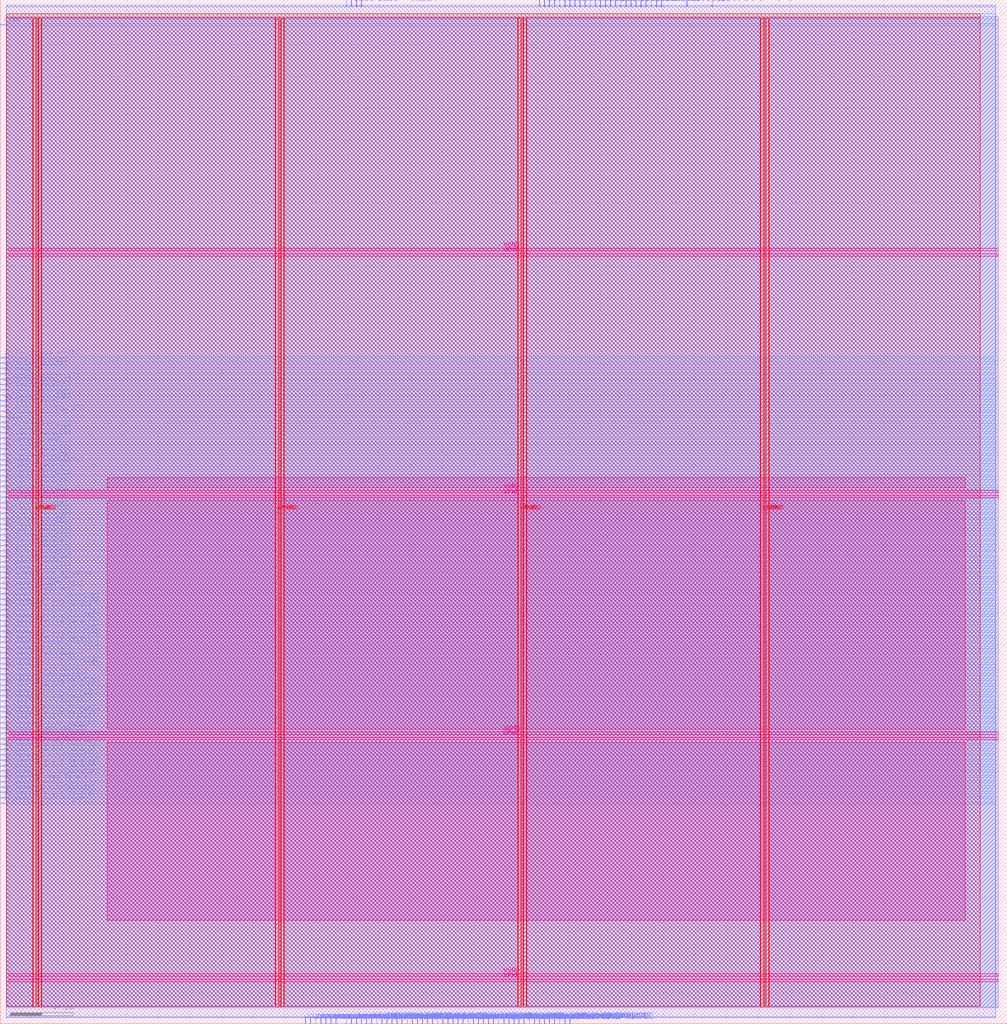
<source format=lef>
VERSION 5.7 ;
  NOWIREEXTENSIONATPIN ON ;
  DIVIDERCHAR "/" ;
  BUSBITCHARS "[]" ;
MACRO core
  CLASS BLOCK ;
  FOREIGN core ;
  ORIGIN 0.000 0.000 ;
  SIZE 637.885 BY 648.605 ;
  PIN VGND
    DIRECTION INOUT ;
    USE GROUND ;
    PORT
      LAYER met4 ;
        RECT 24.340 10.640 25.940 636.720 ;
    END
    PORT
      LAYER met4 ;
        RECT 177.940 10.640 179.540 636.720 ;
    END
    PORT
      LAYER met4 ;
        RECT 331.540 10.640 333.140 636.720 ;
    END
    PORT
      LAYER met4 ;
        RECT 485.140 10.640 486.740 636.720 ;
    END
    PORT
      LAYER met5 ;
        RECT 5.280 30.030 632.280 31.630 ;
    END
    PORT
      LAYER met5 ;
        RECT 5.280 183.210 632.280 184.810 ;
    END
    PORT
      LAYER met5 ;
        RECT 5.280 336.390 632.280 337.990 ;
    END
    PORT
      LAYER met5 ;
        RECT 5.280 489.570 632.280 491.170 ;
    END
  END VGND
  PIN VPWR
    DIRECTION INOUT ;
    USE POWER ;
    PORT
      LAYER met4 ;
        RECT 21.040 10.640 22.640 636.720 ;
    END
    PORT
      LAYER met4 ;
        RECT 174.640 10.640 176.240 636.720 ;
    END
    PORT
      LAYER met4 ;
        RECT 328.240 10.640 329.840 636.720 ;
    END
    PORT
      LAYER met4 ;
        RECT 481.840 10.640 483.440 636.720 ;
    END
    PORT
      LAYER met5 ;
        RECT 5.280 26.730 632.280 28.330 ;
    END
    PORT
      LAYER met5 ;
        RECT 5.280 179.910 632.280 181.510 ;
    END
    PORT
      LAYER met5 ;
        RECT 5.280 333.090 632.280 334.690 ;
    END
    PORT
      LAYER met5 ;
        RECT 5.280 486.270 632.280 487.870 ;
    END
  END VPWR
  PIN clock
    DIRECTION INPUT ;
    USE SIGNAL ;
    ANTENNAGATEAREA 0.852000 ;
    ANTENNADIFFAREA 0.434700 ;
    PORT
      LAYER met3 ;
        RECT 0.000 632.440 4.000 633.040 ;
    END
  END clock
  PIN io_fetch_address[0]
    DIRECTION OUTPUT TRISTATE ;
    USE SIGNAL ;
    ANTENNADIFFAREA 0.795200 ;
    PORT
      LAYER met3 ;
        RECT 0.000 421.640 4.000 422.240 ;
    END
  END io_fetch_address[0]
  PIN io_fetch_address[10]
    DIRECTION OUTPUT TRISTATE ;
    USE SIGNAL ;
    ANTENNADIFFAREA 0.795200 ;
    PORT
      LAYER met2 ;
        RECT 409.030 644.605 409.310 648.605 ;
    END
  END io_fetch_address[10]
  PIN io_fetch_address[11]
    DIRECTION OUTPUT TRISTATE ;
    USE SIGNAL ;
    ANTENNADIFFAREA 0.795200 ;
    PORT
      LAYER met2 ;
        RECT 418.690 644.605 418.970 648.605 ;
    END
  END io_fetch_address[11]
  PIN io_fetch_address[12]
    DIRECTION OUTPUT TRISTATE ;
    USE SIGNAL ;
    ANTENNADIFFAREA 0.795200 ;
    PORT
      LAYER met2 ;
        RECT 405.810 644.605 406.090 648.605 ;
    END
  END io_fetch_address[12]
  PIN io_fetch_address[13]
    DIRECTION OUTPUT TRISTATE ;
    USE SIGNAL ;
    ANTENNADIFFAREA 0.795200 ;
    PORT
      LAYER met2 ;
        RECT 396.150 644.605 396.430 648.605 ;
    END
  END io_fetch_address[13]
  PIN io_fetch_address[14]
    DIRECTION OUTPUT TRISTATE ;
    USE SIGNAL ;
    ANTENNADIFFAREA 0.795200 ;
    PORT
      LAYER met2 ;
        RECT 380.050 644.605 380.330 648.605 ;
    END
  END io_fetch_address[14]
  PIN io_fetch_address[15]
    DIRECTION OUTPUT TRISTATE ;
    USE SIGNAL ;
    ANTENNADIFFAREA 0.795200 ;
    PORT
      LAYER met2 ;
        RECT 412.250 644.605 412.530 648.605 ;
    END
  END io_fetch_address[15]
  PIN io_fetch_address[16]
    DIRECTION OUTPUT TRISTATE ;
    USE SIGNAL ;
    ANTENNADIFFAREA 0.795200 ;
    PORT
      LAYER met2 ;
        RECT 376.830 644.605 377.110 648.605 ;
    END
  END io_fetch_address[16]
  PIN io_fetch_address[17]
    DIRECTION OUTPUT TRISTATE ;
    USE SIGNAL ;
    ANTENNADIFFAREA 0.795200 ;
    PORT
      LAYER met2 ;
        RECT 402.590 644.605 402.870 648.605 ;
    END
  END io_fetch_address[17]
  PIN io_fetch_address[18]
    DIRECTION OUTPUT TRISTATE ;
    USE SIGNAL ;
    ANTENNADIFFAREA 0.445500 ;
    PORT
      LAYER met2 ;
        RECT 341.410 644.605 341.690 648.605 ;
    END
  END io_fetch_address[18]
  PIN io_fetch_address[19]
    DIRECTION OUTPUT TRISTATE ;
    USE SIGNAL ;
    ANTENNADIFFAREA 0.795200 ;
    PORT
      LAYER met2 ;
        RECT 367.170 644.605 367.450 648.605 ;
    END
  END io_fetch_address[19]
  PIN io_fetch_address[1]
    DIRECTION OUTPUT TRISTATE ;
    USE SIGNAL ;
    ANTENNADIFFAREA 0.795200 ;
    PORT
      LAYER met3 ;
        RECT 0.000 408.040 4.000 408.640 ;
    END
  END io_fetch_address[1]
  PIN io_fetch_address[20]
    DIRECTION OUTPUT TRISTATE ;
    USE SIGNAL ;
    ANTENNADIFFAREA 0.795200 ;
    PORT
      LAYER met2 ;
        RECT 373.610 644.605 373.890 648.605 ;
    END
  END io_fetch_address[20]
  PIN io_fetch_address[21]
    DIRECTION OUTPUT TRISTATE ;
    USE SIGNAL ;
    ANTENNADIFFAREA 0.795200 ;
    PORT
      LAYER met2 ;
        RECT 383.270 644.605 383.550 648.605 ;
    END
  END io_fetch_address[21]
  PIN io_fetch_address[22]
    DIRECTION OUTPUT TRISTATE ;
    USE SIGNAL ;
    ANTENNADIFFAREA 0.795200 ;
    PORT
      LAYER met2 ;
        RECT 386.490 644.605 386.770 648.605 ;
    END
  END io_fetch_address[22]
  PIN io_fetch_address[23]
    DIRECTION OUTPUT TRISTATE ;
    USE SIGNAL ;
    ANTENNADIFFAREA 0.795200 ;
    PORT
      LAYER met2 ;
        RECT 415.470 644.605 415.750 648.605 ;
    END
  END io_fetch_address[23]
  PIN io_fetch_address[24]
    DIRECTION OUTPUT TRISTATE ;
    USE SIGNAL ;
    ANTENNADIFFAREA 0.795200 ;
    PORT
      LAYER met2 ;
        RECT 389.710 644.605 389.990 648.605 ;
    END
  END io_fetch_address[24]
  PIN io_fetch_address[25]
    DIRECTION OUTPUT TRISTATE ;
    USE SIGNAL ;
    ANTENNADIFFAREA 0.795200 ;
    PORT
      LAYER met2 ;
        RECT 450.890 644.605 451.170 648.605 ;
    END
  END io_fetch_address[25]
  PIN io_fetch_address[26]
    DIRECTION OUTPUT TRISTATE ;
    USE SIGNAL ;
    ANTENNADIFFAREA 0.795200 ;
    PORT
      LAYER met2 ;
        RECT 399.370 644.605 399.650 648.605 ;
    END
  END io_fetch_address[26]
  PIN io_fetch_address[27]
    DIRECTION OUTPUT TRISTATE ;
    USE SIGNAL ;
    ANTENNADIFFAREA 0.795200 ;
    PORT
      LAYER met2 ;
        RECT 344.630 644.605 344.910 648.605 ;
    END
  END io_fetch_address[27]
  PIN io_fetch_address[28]
    DIRECTION OUTPUT TRISTATE ;
    USE SIGNAL ;
    ANTENNADIFFAREA 0.795200 ;
    PORT
      LAYER met2 ;
        RECT 392.930 644.605 393.210 648.605 ;
    END
  END io_fetch_address[28]
  PIN io_fetch_address[29]
    DIRECTION OUTPUT TRISTATE ;
    USE SIGNAL ;
    ANTENNADIFFAREA 0.795200 ;
    PORT
      LAYER met2 ;
        RECT 363.950 644.605 364.230 648.605 ;
    END
  END io_fetch_address[29]
  PIN io_fetch_address[2]
    DIRECTION OUTPUT TRISTATE ;
    USE SIGNAL ;
    ANTENNADIFFAREA 0.795200 ;
    PORT
      LAYER met2 ;
        RECT 225.490 644.605 225.770 648.605 ;
    END
  END io_fetch_address[2]
  PIN io_fetch_address[30]
    DIRECTION OUTPUT TRISTATE ;
    USE SIGNAL ;
    ANTENNADIFFAREA 0.795200 ;
    PORT
      LAYER met2 ;
        RECT 360.730 644.605 361.010 648.605 ;
    END
  END io_fetch_address[30]
  PIN io_fetch_address[31]
    DIRECTION OUTPUT TRISTATE ;
    USE SIGNAL ;
    ANTENNADIFFAREA 0.795200 ;
    PORT
      LAYER met2 ;
        RECT 357.510 644.605 357.790 648.605 ;
    END
  END io_fetch_address[31]
  PIN io_fetch_address[3]
    DIRECTION OUTPUT TRISTATE ;
    USE SIGNAL ;
    ANTENNADIFFAREA 0.795200 ;
    PORT
      LAYER met2 ;
        RECT 222.270 644.605 222.550 648.605 ;
    END
  END io_fetch_address[3]
  PIN io_fetch_address[4]
    DIRECTION OUTPUT TRISTATE ;
    USE SIGNAL ;
    ANTENNADIFFAREA 0.795200 ;
    PORT
      LAYER met2 ;
        RECT 219.050 644.605 219.330 648.605 ;
    END
  END io_fetch_address[4]
  PIN io_fetch_address[5]
    DIRECTION OUTPUT TRISTATE ;
    USE SIGNAL ;
    ANTENNADIFFAREA 0.795200 ;
    PORT
      LAYER met2 ;
        RECT 228.710 644.605 228.990 648.605 ;
    END
  END io_fetch_address[5]
  PIN io_fetch_address[6]
    DIRECTION OUTPUT TRISTATE ;
    USE SIGNAL ;
    ANTENNADIFFAREA 0.795200 ;
    PORT
      LAYER met2 ;
        RECT 434.790 644.605 435.070 648.605 ;
    END
  END io_fetch_address[6]
  PIN io_fetch_address[7]
    DIRECTION OUTPUT TRISTATE ;
    USE SIGNAL ;
    ANTENNADIFFAREA 0.795200 ;
    PORT
      LAYER met2 ;
        RECT 354.290 644.605 354.570 648.605 ;
    END
  END io_fetch_address[7]
  PIN io_fetch_address[8]
    DIRECTION OUTPUT TRISTATE ;
    USE SIGNAL ;
    ANTENNADIFFAREA 0.795200 ;
    PORT
      LAYER met2 ;
        RECT 351.070 644.605 351.350 648.605 ;
    END
  END io_fetch_address[8]
  PIN io_fetch_address[9]
    DIRECTION OUTPUT TRISTATE ;
    USE SIGNAL ;
    ANTENNADIFFAREA 0.795200 ;
    PORT
      LAYER met2 ;
        RECT 347.850 644.605 348.130 648.605 ;
    END
  END io_fetch_address[9]
  PIN io_fetch_data[0]
    DIRECTION INPUT ;
    USE SIGNAL ;
    ANTENNAGATEAREA 0.126000 ;
    PORT
      LAYER met3 ;
        RECT 0.000 414.840 4.000 415.440 ;
    END
  END io_fetch_data[0]
  PIN io_fetch_data[10]
    DIRECTION INPUT ;
    USE SIGNAL ;
    ANTENNAGATEAREA 0.126000 ;
    PORT
      LAYER met3 ;
        RECT 0.000 346.840 4.000 347.440 ;
    END
  END io_fetch_data[10]
  PIN io_fetch_data[11]
    DIRECTION INPUT ;
    USE SIGNAL ;
    ANTENNAGATEAREA 0.126000 ;
    PORT
      LAYER met3 ;
        RECT 0.000 306.040 4.000 306.640 ;
    END
  END io_fetch_data[11]
  PIN io_fetch_data[12]
    DIRECTION INPUT ;
    USE SIGNAL ;
    ANTENNAGATEAREA 0.126000 ;
    PORT
      LAYER met3 ;
        RECT 0.000 343.440 4.000 344.040 ;
    END
  END io_fetch_data[12]
  PIN io_fetch_data[13]
    DIRECTION INPUT ;
    USE SIGNAL ;
    ANTENNAGATEAREA 0.126000 ;
    PORT
      LAYER met3 ;
        RECT 0.000 309.440 4.000 310.040 ;
    END
  END io_fetch_data[13]
  PIN io_fetch_data[14]
    DIRECTION INPUT ;
    USE SIGNAL ;
    ANTENNAGATEAREA 0.126000 ;
    PORT
      LAYER met3 ;
        RECT 0.000 323.040 4.000 323.640 ;
    END
  END io_fetch_data[14]
  PIN io_fetch_data[15]
    DIRECTION INPUT ;
    USE SIGNAL ;
    ANTENNAGATEAREA 0.159000 ;
    PORT
      LAYER met3 ;
        RECT 0.000 278.840 4.000 279.440 ;
    END
  END io_fetch_data[15]
  PIN io_fetch_data[16]
    DIRECTION INPUT ;
    USE SIGNAL ;
    ANTENNAGATEAREA 0.159000 ;
    PORT
      LAYER met3 ;
        RECT 0.000 401.240 4.000 401.840 ;
    END
  END io_fetch_data[16]
  PIN io_fetch_data[17]
    DIRECTION INPUT ;
    USE SIGNAL ;
    ANTENNAGATEAREA 0.213000 ;
    PORT
      LAYER met3 ;
        RECT 0.000 295.840 4.000 296.440 ;
    END
  END io_fetch_data[17]
  PIN io_fetch_data[18]
    DIRECTION INPUT ;
    USE SIGNAL ;
    ANTENNAGATEAREA 0.213000 ;
    PORT
      LAYER met3 ;
        RECT 0.000 299.240 4.000 299.840 ;
    END
  END io_fetch_data[18]
  PIN io_fetch_data[19]
    DIRECTION INPUT ;
    USE SIGNAL ;
    ANTENNAGATEAREA 0.159000 ;
    PORT
      LAYER met3 ;
        RECT 0.000 292.440 4.000 293.040 ;
    END
  END io_fetch_data[19]
  PIN io_fetch_data[1]
    DIRECTION INPUT ;
    USE SIGNAL ;
    ANTENNAGATEAREA 0.126000 ;
    PORT
      LAYER met3 ;
        RECT 0.000 336.640 4.000 337.240 ;
    END
  END io_fetch_data[1]
  PIN io_fetch_data[20]
    DIRECTION INPUT ;
    USE SIGNAL ;
    ANTENNAGATEAREA 0.213000 ;
    PORT
      LAYER met3 ;
        RECT 0.000 312.840 4.000 313.440 ;
    END
  END io_fetch_data[20]
  PIN io_fetch_data[21]
    DIRECTION INPUT ;
    USE SIGNAL ;
    ANTENNAGATEAREA 0.159000 ;
    PORT
      LAYER met3 ;
        RECT 0.000 404.640 4.000 405.240 ;
    END
  END io_fetch_data[21]
  PIN io_fetch_data[22]
    DIRECTION INPUT ;
    USE SIGNAL ;
    ANTENNAGATEAREA 0.213000 ;
    PORT
      LAYER met3 ;
        RECT 0.000 319.640 4.000 320.240 ;
    END
  END io_fetch_data[22]
  PIN io_fetch_data[23]
    DIRECTION INPUT ;
    USE SIGNAL ;
    ANTENNAGATEAREA 0.159000 ;
    PORT
      LAYER met3 ;
        RECT 0.000 340.040 4.000 340.640 ;
    END
  END io_fetch_data[23]
  PIN io_fetch_data[24]
    DIRECTION INPUT ;
    USE SIGNAL ;
    ANTENNAGATEAREA 0.159000 ;
    PORT
      LAYER met3 ;
        RECT 0.000 397.840 4.000 398.440 ;
    END
  END io_fetch_data[24]
  PIN io_fetch_data[25]
    DIRECTION INPUT ;
    USE SIGNAL ;
    ANTENNAGATEAREA 0.126000 ;
    PORT
      LAYER met3 ;
        RECT 0.000 357.040 4.000 357.640 ;
    END
  END io_fetch_data[25]
  PIN io_fetch_data[26]
    DIRECTION INPUT ;
    USE SIGNAL ;
    ANTENNAGATEAREA 0.126000 ;
    PORT
      LAYER met3 ;
        RECT 0.000 374.040 4.000 374.640 ;
    END
  END io_fetch_data[26]
  PIN io_fetch_data[27]
    DIRECTION INPUT ;
    USE SIGNAL ;
    ANTENNAGATEAREA 0.126000 ;
    PORT
      LAYER met3 ;
        RECT 0.000 370.640 4.000 371.240 ;
    END
  END io_fetch_data[27]
  PIN io_fetch_data[28]
    DIRECTION INPUT ;
    USE SIGNAL ;
    ANTENNAGATEAREA 0.126000 ;
    PORT
      LAYER met3 ;
        RECT 0.000 363.840 4.000 364.440 ;
    END
  END io_fetch_data[28]
  PIN io_fetch_data[29]
    DIRECTION INPUT ;
    USE SIGNAL ;
    ANTENNAGATEAREA 0.126000 ;
    PORT
      LAYER met3 ;
        RECT 0.000 360.440 4.000 361.040 ;
    END
  END io_fetch_data[29]
  PIN io_fetch_data[2]
    DIRECTION INPUT ;
    USE SIGNAL ;
    ANTENNAGATEAREA 0.126000 ;
    PORT
      LAYER met3 ;
        RECT 0.000 329.840 4.000 330.440 ;
    END
  END io_fetch_data[2]
  PIN io_fetch_data[30]
    DIRECTION INPUT ;
    USE SIGNAL ;
    ANTENNAGATEAREA 0.126000 ;
    PORT
      LAYER met3 ;
        RECT 0.000 394.440 4.000 395.040 ;
    END
  END io_fetch_data[30]
  PIN io_fetch_data[31]
    DIRECTION INPUT ;
    USE SIGNAL ;
    ANTENNAGATEAREA 0.126000 ;
    PORT
      LAYER met3 ;
        RECT 0.000 377.440 4.000 378.040 ;
    END
  END io_fetch_data[31]
  PIN io_fetch_data[3]
    DIRECTION INPUT ;
    USE SIGNAL ;
    ANTENNAGATEAREA 0.213000 ;
    PORT
      LAYER met3 ;
        RECT 0.000 391.040 4.000 391.640 ;
    END
  END io_fetch_data[3]
  PIN io_fetch_data[4]
    DIRECTION INPUT ;
    USE SIGNAL ;
    ANTENNAGATEAREA 0.126000 ;
    PORT
      LAYER met3 ;
        RECT 0.000 384.240 4.000 384.840 ;
    END
  END io_fetch_data[4]
  PIN io_fetch_data[5]
    DIRECTION INPUT ;
    USE SIGNAL ;
    ANTENNAGATEAREA 0.126000 ;
    PORT
      LAYER met3 ;
        RECT 0.000 316.240 4.000 316.840 ;
    END
  END io_fetch_data[5]
  PIN io_fetch_data[6]
    DIRECTION INPUT ;
    USE SIGNAL ;
    ANTENNAGATEAREA 0.126000 ;
    PORT
      LAYER met3 ;
        RECT 0.000 326.440 4.000 327.040 ;
    END
  END io_fetch_data[6]
  PIN io_fetch_data[7]
    DIRECTION INPUT ;
    USE SIGNAL ;
    ANTENNAGATEAREA 0.126000 ;
    PORT
      LAYER met3 ;
        RECT 0.000 333.240 4.000 333.840 ;
    END
  END io_fetch_data[7]
  PIN io_fetch_data[8]
    DIRECTION INPUT ;
    USE SIGNAL ;
    ANTENNAGATEAREA 0.126000 ;
    PORT
      LAYER met3 ;
        RECT 0.000 418.240 4.000 418.840 ;
    END
  END io_fetch_data[8]
  PIN io_fetch_data[9]
    DIRECTION INPUT ;
    USE SIGNAL ;
    ANTENNAGATEAREA 0.126000 ;
    PORT
      LAYER met3 ;
        RECT 0.000 302.640 4.000 303.240 ;
    END
  END io_fetch_data[9]
  PIN io_load_store_unsigned
    DIRECTION OUTPUT TRISTATE ;
    USE SIGNAL ;
    ANTENNADIFFAREA 0.795200 ;
    PORT
      LAYER met3 ;
        RECT 0.000 282.240 4.000 282.840 ;
    END
  END io_load_store_unsigned
  PIN io_meip
    DIRECTION INPUT ;
    USE SIGNAL ;
    ANTENNAGATEAREA 0.213000 ;
    PORT
      LAYER met3 ;
        RECT 0.000 411.440 4.000 412.040 ;
    END
  END io_meip
  PIN io_memory_address[0]
    DIRECTION OUTPUT TRISTATE ;
    USE SIGNAL ;
    ANTENNADIFFAREA 0.795200 ;
    PORT
      LAYER met3 ;
        RECT 0.000 353.640 4.000 354.240 ;
    END
  END io_memory_address[0]
  PIN io_memory_address[10]
    DIRECTION OUTPUT TRISTATE ;
    USE SIGNAL ;
    ANTENNADIFFAREA 0.795200 ;
    PORT
      LAYER met2 ;
        RECT 302.770 0.000 303.050 4.000 ;
    END
  END io_memory_address[10]
  PIN io_memory_address[11]
    DIRECTION OUTPUT TRISTATE ;
    USE SIGNAL ;
    ANTENNADIFFAREA 0.795200 ;
    PORT
      LAYER met2 ;
        RECT 318.870 0.000 319.150 4.000 ;
    END
  END io_memory_address[11]
  PIN io_memory_address[12]
    DIRECTION OUTPUT TRISTATE ;
    USE SIGNAL ;
    ANTENNADIFFAREA 0.795200 ;
    PORT
      LAYER met2 ;
        RECT 231.930 0.000 232.210 4.000 ;
    END
  END io_memory_address[12]
  PIN io_memory_address[13]
    DIRECTION OUTPUT TRISTATE ;
    USE SIGNAL ;
    ANTENNADIFFAREA 0.795200 ;
    PORT
      LAYER met2 ;
        RECT 360.730 0.000 361.010 4.000 ;
    END
  END io_memory_address[13]
  PIN io_memory_address[14]
    DIRECTION OUTPUT TRISTATE ;
    USE SIGNAL ;
    ANTENNADIFFAREA 0.795200 ;
    PORT
      LAYER met2 ;
        RECT 357.510 0.000 357.790 4.000 ;
    END
  END io_memory_address[14]
  PIN io_memory_address[15]
    DIRECTION OUTPUT TRISTATE ;
    USE SIGNAL ;
    ANTENNADIFFAREA 0.795200 ;
    PORT
      LAYER met2 ;
        RECT 322.090 0.000 322.370 4.000 ;
    END
  END io_memory_address[15]
  PIN io_memory_address[16]
    DIRECTION OUTPUT TRISTATE ;
    USE SIGNAL ;
    ANTENNADIFFAREA 0.795200 ;
    PORT
      LAYER met2 ;
        RECT 347.850 0.000 348.130 4.000 ;
    END
  END io_memory_address[16]
  PIN io_memory_address[17]
    DIRECTION OUTPUT TRISTATE ;
    USE SIGNAL ;
    ANTENNADIFFAREA 0.795200 ;
    PORT
      LAYER met2 ;
        RECT 344.630 0.000 344.910 4.000 ;
    END
  END io_memory_address[17]
  PIN io_memory_address[18]
    DIRECTION OUTPUT TRISTATE ;
    USE SIGNAL ;
    ANTENNADIFFAREA 0.795200 ;
    PORT
      LAYER met2 ;
        RECT 338.190 0.000 338.470 4.000 ;
    END
  END io_memory_address[18]
  PIN io_memory_address[19]
    DIRECTION OUTPUT TRISTATE ;
    USE SIGNAL ;
    ANTENNADIFFAREA 0.795200 ;
    PORT
      LAYER met2 ;
        RECT 331.750 0.000 332.030 4.000 ;
    END
  END io_memory_address[19]
  PIN io_memory_address[1]
    DIRECTION OUTPUT TRISTATE ;
    USE SIGNAL ;
    ANTENNADIFFAREA 0.795200 ;
    PORT
      LAYER met3 ;
        RECT 0.000 387.640 4.000 388.240 ;
    END
  END io_memory_address[1]
  PIN io_memory_address[20]
    DIRECTION OUTPUT TRISTATE ;
    USE SIGNAL ;
    ANTENNADIFFAREA 0.795200 ;
    PORT
      LAYER met2 ;
        RECT 273.790 0.000 274.070 4.000 ;
    END
  END io_memory_address[20]
  PIN io_memory_address[21]
    DIRECTION OUTPUT TRISTATE ;
    USE SIGNAL ;
    ANTENNADIFFAREA 0.795200 ;
    PORT
      LAYER met2 ;
        RECT 309.210 0.000 309.490 4.000 ;
    END
  END io_memory_address[21]
  PIN io_memory_address[22]
    DIRECTION OUTPUT TRISTATE ;
    USE SIGNAL ;
    ANTENNADIFFAREA 0.795200 ;
    PORT
      LAYER met2 ;
        RECT 283.450 0.000 283.730 4.000 ;
    END
  END io_memory_address[22]
  PIN io_memory_address[23]
    DIRECTION OUTPUT TRISTATE ;
    USE SIGNAL ;
    ANTENNADIFFAREA 0.795200 ;
    PORT
      LAYER met2 ;
        RECT 305.990 0.000 306.270 4.000 ;
    END
  END io_memory_address[23]
  PIN io_memory_address[24]
    DIRECTION OUTPUT TRISTATE ;
    USE SIGNAL ;
    ANTENNADIFFAREA 0.795200 ;
    PORT
      LAYER met2 ;
        RECT 238.370 0.000 238.650 4.000 ;
    END
  END io_memory_address[24]
  PIN io_memory_address[25]
    DIRECTION OUTPUT TRISTATE ;
    USE SIGNAL ;
    ANTENNADIFFAREA 0.795200 ;
    PORT
      LAYER met2 ;
        RECT 241.590 0.000 241.870 4.000 ;
    END
  END io_memory_address[25]
  PIN io_memory_address[26]
    DIRECTION OUTPUT TRISTATE ;
    USE SIGNAL ;
    ANTENNADIFFAREA 0.795200 ;
    PORT
      LAYER met3 ;
        RECT 0.000 139.440 4.000 140.040 ;
    END
  END io_memory_address[26]
  PIN io_memory_address[27]
    DIRECTION OUTPUT TRISTATE ;
    USE SIGNAL ;
    ANTENNADIFFAREA 0.795200 ;
    PORT
      LAYER met2 ;
        RECT 251.250 0.000 251.530 4.000 ;
    END
  END io_memory_address[27]
  PIN io_memory_address[28]
    DIRECTION OUTPUT TRISTATE ;
    USE SIGNAL ;
    ANTENNADIFFAREA 0.795200 ;
    PORT
      LAYER met3 ;
        RECT 0.000 183.640 4.000 184.240 ;
    END
  END io_memory_address[28]
  PIN io_memory_address[29]
    DIRECTION OUTPUT TRISTATE ;
    USE SIGNAL ;
    ANTENNADIFFAREA 0.795200 ;
    PORT
      LAYER met3 ;
        RECT 0.000 200.640 4.000 201.240 ;
    END
  END io_memory_address[29]
  PIN io_memory_address[2]
    DIRECTION OUTPUT TRISTATE ;
    USE SIGNAL ;
    ANTENNADIFFAREA 0.795200 ;
    PORT
      LAYER met3 ;
        RECT 0.000 275.440 4.000 276.040 ;
    END
  END io_memory_address[2]
  PIN io_memory_address[30]
    DIRECTION OUTPUT TRISTATE ;
    USE SIGNAL ;
    ANTENNADIFFAREA 0.795200 ;
    PORT
      LAYER met3 ;
        RECT 0.000 221.040 4.000 221.640 ;
    END
  END io_memory_address[30]
  PIN io_memory_address[31]
    DIRECTION OUTPUT TRISTATE ;
    USE SIGNAL ;
    ANTENNADIFFAREA 0.795200 ;
    PORT
      LAYER met3 ;
        RECT 0.000 217.640 4.000 218.240 ;
    END
  END io_memory_address[31]
  PIN io_memory_address[3]
    DIRECTION OUTPUT TRISTATE ;
    USE SIGNAL ;
    ANTENNADIFFAREA 0.795200 ;
    PORT
      LAYER met3 ;
        RECT 0.000 272.040 4.000 272.640 ;
    END
  END io_memory_address[3]
  PIN io_memory_address[4]
    DIRECTION OUTPUT TRISTATE ;
    USE SIGNAL ;
    ANTENNADIFFAREA 0.795200 ;
    PORT
      LAYER met3 ;
        RECT 0.000 231.240 4.000 231.840 ;
    END
  END io_memory_address[4]
  PIN io_memory_address[5]
    DIRECTION OUTPUT TRISTATE ;
    USE SIGNAL ;
    ANTENNADIFFAREA 0.795200 ;
    PORT
      LAYER met2 ;
        RECT 257.690 0.000 257.970 4.000 ;
    END
  END io_memory_address[5]
  PIN io_memory_address[6]
    DIRECTION OUTPUT TRISTATE ;
    USE SIGNAL ;
    ANTENNADIFFAREA 0.795200 ;
    PORT
      LAYER met2 ;
        RECT 260.910 0.000 261.190 4.000 ;
    END
  END io_memory_address[6]
  PIN io_memory_address[7]
    DIRECTION OUTPUT TRISTATE ;
    USE SIGNAL ;
    ANTENNADIFFAREA 0.795200 ;
    PORT
      LAYER met2 ;
        RECT 264.130 0.000 264.410 4.000 ;
    END
  END io_memory_address[7]
  PIN io_memory_address[8]
    DIRECTION OUTPUT TRISTATE ;
    USE SIGNAL ;
    ANTENNADIFFAREA 0.795200 ;
    PORT
      LAYER met2 ;
        RECT 228.710 0.000 228.990 4.000 ;
    END
  END io_memory_address[8]
  PIN io_memory_address[9]
    DIRECTION OUTPUT TRISTATE ;
    USE SIGNAL ;
    ANTENNADIFFAREA 0.795200 ;
    PORT
      LAYER met2 ;
        RECT 289.890 0.000 290.170 4.000 ;
    END
  END io_memory_address[9]
  PIN io_memory_read
    DIRECTION OUTPUT TRISTATE ;
    USE SIGNAL ;
    ANTENNADIFFAREA 0.795200 ;
    PORT
      LAYER met3 ;
        RECT 0.000 367.240 4.000 367.840 ;
    END
  END io_memory_read
  PIN io_memory_read_data[0]
    DIRECTION INPUT ;
    USE SIGNAL ;
    ANTENNAGATEAREA 0.126000 ;
    PORT
      LAYER met2 ;
        RECT 196.510 0.000 196.790 4.000 ;
    END
  END io_memory_read_data[0]
  PIN io_memory_read_data[10]
    DIRECTION INPUT ;
    USE SIGNAL ;
    ANTENNAGATEAREA 0.196500 ;
    PORT
      LAYER met2 ;
        RECT 286.670 0.000 286.950 4.000 ;
    END
  END io_memory_read_data[10]
  PIN io_memory_read_data[11]
    DIRECTION INPUT ;
    USE SIGNAL ;
    ANTENNAGATEAREA 0.196500 ;
    PORT
      LAYER met2 ;
        RECT 299.550 0.000 299.830 4.000 ;
    END
  END io_memory_read_data[11]
  PIN io_memory_read_data[12]
    DIRECTION INPUT ;
    USE SIGNAL ;
    ANTENNAGATEAREA 0.196500 ;
    PORT
      LAYER met2 ;
        RECT 248.030 0.000 248.310 4.000 ;
    END
  END io_memory_read_data[12]
  PIN io_memory_read_data[13]
    DIRECTION INPUT ;
    USE SIGNAL ;
    ANTENNAGATEAREA 0.196500 ;
    PORT
      LAYER met2 ;
        RECT 296.330 0.000 296.610 4.000 ;
    END
  END io_memory_read_data[13]
  PIN io_memory_read_data[14]
    DIRECTION INPUT ;
    USE SIGNAL ;
    ANTENNAGATEAREA 0.196500 ;
    PORT
      LAYER met2 ;
        RECT 325.310 0.000 325.590 4.000 ;
    END
  END io_memory_read_data[14]
  PIN io_memory_read_data[15]
    DIRECTION INPUT ;
    USE SIGNAL ;
    ANTENNAGATEAREA 0.196500 ;
    PORT
      LAYER met2 ;
        RECT 315.650 0.000 315.930 4.000 ;
    END
  END io_memory_read_data[15]
  PIN io_memory_read_data[16]
    DIRECTION INPUT ;
    USE SIGNAL ;
    ANTENNAGATEAREA 0.196500 ;
    PORT
      LAYER met2 ;
        RECT 328.530 0.000 328.810 4.000 ;
    END
  END io_memory_read_data[16]
  PIN io_memory_read_data[17]
    DIRECTION INPUT ;
    USE SIGNAL ;
    ANTENNAGATEAREA 0.126000 ;
    PORT
      LAYER met2 ;
        RECT 351.070 0.000 351.350 4.000 ;
    END
  END io_memory_read_data[17]
  PIN io_memory_read_data[18]
    DIRECTION INPUT ;
    USE SIGNAL ;
    ANTENNAGATEAREA 0.126000 ;
    PORT
      LAYER met2 ;
        RECT 354.290 0.000 354.570 4.000 ;
    END
  END io_memory_read_data[18]
  PIN io_memory_read_data[19]
    DIRECTION INPUT ;
    USE SIGNAL ;
    ANTENNAGATEAREA 0.196500 ;
    PORT
      LAYER met2 ;
        RECT 341.410 0.000 341.690 4.000 ;
    END
  END io_memory_read_data[19]
  PIN io_memory_read_data[1]
    DIRECTION INPUT ;
    USE SIGNAL ;
    ANTENNAGATEAREA 0.213000 ;
    PORT
      LAYER met3 ;
        RECT 0.000 176.840 4.000 177.440 ;
    END
  END io_memory_read_data[1]
  PIN io_memory_read_data[20]
    DIRECTION INPUT ;
    USE SIGNAL ;
    ANTENNAGATEAREA 0.196500 ;
    PORT
      LAYER met2 ;
        RECT 267.350 0.000 267.630 4.000 ;
    END
  END io_memory_read_data[20]
  PIN io_memory_read_data[21]
    DIRECTION INPUT ;
    USE SIGNAL ;
    ANTENNAGATEAREA 0.196500 ;
    PORT
      LAYER met2 ;
        RECT 312.430 0.000 312.710 4.000 ;
    END
  END io_memory_read_data[21]
  PIN io_memory_read_data[22]
    DIRECTION INPUT ;
    USE SIGNAL ;
    ANTENNAGATEAREA 0.196500 ;
    PORT
      LAYER met2 ;
        RECT 277.010 0.000 277.290 4.000 ;
    END
  END io_memory_read_data[22]
  PIN io_memory_read_data[23]
    DIRECTION INPUT ;
    USE SIGNAL ;
    ANTENNAGATEAREA 0.213000 ;
    PORT
      LAYER met2 ;
        RECT 334.970 0.000 335.250 4.000 ;
    END
  END io_memory_read_data[23]
  PIN io_memory_read_data[24]
    DIRECTION INPUT ;
    USE SIGNAL ;
    ANTENNAGATEAREA 0.126000 ;
    PORT
      LAYER met2 ;
        RECT 219.050 0.000 219.330 4.000 ;
    END
  END io_memory_read_data[24]
  PIN io_memory_read_data[25]
    DIRECTION INPUT ;
    USE SIGNAL ;
    ANTENNAGATEAREA 0.196500 ;
    PORT
      LAYER met2 ;
        RECT 222.270 0.000 222.550 4.000 ;
    END
  END io_memory_read_data[25]
  PIN io_memory_read_data[26]
    DIRECTION INPUT ;
    USE SIGNAL ;
    ANTENNAGATEAREA 0.196500 ;
    PORT
      LAYER met2 ;
        RECT 225.490 0.000 225.770 4.000 ;
    END
  END io_memory_read_data[26]
  PIN io_memory_read_data[27]
    DIRECTION INPUT ;
    USE SIGNAL ;
    ANTENNAGATEAREA 0.126000 ;
    PORT
      LAYER met2 ;
        RECT 199.730 0.000 200.010 4.000 ;
    END
  END io_memory_read_data[27]
  PIN io_memory_read_data[28]
    DIRECTION INPUT ;
    USE SIGNAL ;
    ANTENNAGATEAREA 0.126000 ;
    PORT
      LAYER met2 ;
        RECT 202.950 0.000 203.230 4.000 ;
    END
  END io_memory_read_data[28]
  PIN io_memory_read_data[29]
    DIRECTION INPUT ;
    USE SIGNAL ;
    ANTENNAGATEAREA 0.126000 ;
    PORT
      LAYER met2 ;
        RECT 206.170 0.000 206.450 4.000 ;
    END
  END io_memory_read_data[29]
  PIN io_memory_read_data[2]
    DIRECTION INPUT ;
    USE SIGNAL ;
    ANTENNAGATEAREA 0.213000 ;
    PORT
      LAYER met3 ;
        RECT 0.000 153.040 4.000 153.640 ;
    END
  END io_memory_read_data[2]
  PIN io_memory_read_data[30]
    DIRECTION INPUT ;
    USE SIGNAL ;
    ANTENNAGATEAREA 0.126000 ;
    PORT
      LAYER met2 ;
        RECT 212.610 0.000 212.890 4.000 ;
    END
  END io_memory_read_data[30]
  PIN io_memory_read_data[31]
    DIRECTION INPUT ;
    USE SIGNAL ;
    ANTENNAGATEAREA 0.196500 ;
    PORT
      LAYER met2 ;
        RECT 209.390 0.000 209.670 4.000 ;
    END
  END io_memory_read_data[31]
  PIN io_memory_read_data[3]
    DIRECTION INPUT ;
    USE SIGNAL ;
    ANTENNAGATEAREA 0.213000 ;
    PORT
      LAYER met3 ;
        RECT 0.000 190.440 4.000 191.040 ;
    END
  END io_memory_read_data[3]
  PIN io_memory_read_data[4]
    DIRECTION INPUT ;
    USE SIGNAL ;
    ANTENNAGATEAREA 0.196500 ;
    PORT
      LAYER met2 ;
        RECT 244.810 0.000 245.090 4.000 ;
    END
  END io_memory_read_data[4]
  PIN io_memory_read_data[5]
    DIRECTION INPUT ;
    USE SIGNAL ;
    ANTENNAGATEAREA 0.196500 ;
    PORT
      LAYER met2 ;
        RECT 254.470 0.000 254.750 4.000 ;
    END
  END io_memory_read_data[5]
  PIN io_memory_read_data[6]
    DIRECTION INPUT ;
    USE SIGNAL ;
    ANTENNAGATEAREA 0.126000 ;
    PORT
      LAYER met2 ;
        RECT 235.150 0.000 235.430 4.000 ;
    END
  END io_memory_read_data[6]
  PIN io_memory_read_data[7]
    DIRECTION INPUT ;
    USE SIGNAL ;
    ANTENNAGATEAREA 0.196500 ;
    PORT
      LAYER met2 ;
        RECT 270.570 0.000 270.850 4.000 ;
    END
  END io_memory_read_data[7]
  PIN io_memory_read_data[8]
    DIRECTION INPUT ;
    USE SIGNAL ;
    ANTENNAGATEAREA 0.196500 ;
    PORT
      LAYER met2 ;
        RECT 280.230 0.000 280.510 4.000 ;
    END
  END io_memory_read_data[8]
  PIN io_memory_read_data[9]
    DIRECTION INPUT ;
    USE SIGNAL ;
    ANTENNAGATEAREA 0.126000 ;
    PORT
      LAYER met2 ;
        RECT 293.110 0.000 293.390 4.000 ;
    END
  END io_memory_read_data[9]
  PIN io_memory_size[0]
    DIRECTION OUTPUT TRISTATE ;
    USE SIGNAL ;
    ANTENNADIFFAREA 0.795200 ;
    PORT
      LAYER met3 ;
        RECT 0.000 289.040 4.000 289.640 ;
    END
  END io_memory_size[0]
  PIN io_memory_size[1]
    DIRECTION OUTPUT TRISTATE ;
    USE SIGNAL ;
    ANTENNADIFFAREA 0.795200 ;
    PORT
      LAYER met3 ;
        RECT 0.000 285.640 4.000 286.240 ;
    END
  END io_memory_size[1]
  PIN io_memory_write
    DIRECTION OUTPUT TRISTATE ;
    USE SIGNAL ;
    ANTENNADIFFAREA 0.795200 ;
    PORT
      LAYER met3 ;
        RECT 0.000 350.240 4.000 350.840 ;
    END
  END io_memory_write
  PIN io_memory_write_data[0]
    DIRECTION OUTPUT TRISTATE ;
    USE SIGNAL ;
    ANTENNADIFFAREA 0.795200 ;
    PORT
      LAYER met3 ;
        RECT 0.000 197.240 4.000 197.840 ;
    END
  END io_memory_write_data[0]
  PIN io_memory_write_data[10]
    DIRECTION OUTPUT TRISTATE ;
    USE SIGNAL ;
    ANTENNADIFFAREA 0.795200 ;
    PORT
      LAYER met3 ;
        RECT 0.000 193.840 4.000 194.440 ;
    END
  END io_memory_write_data[10]
  PIN io_memory_write_data[11]
    DIRECTION OUTPUT TRISTATE ;
    USE SIGNAL ;
    ANTENNADIFFAREA 0.795200 ;
    PORT
      LAYER met3 ;
        RECT 0.000 234.640 4.000 235.240 ;
    END
  END io_memory_write_data[11]
  PIN io_memory_write_data[12]
    DIRECTION OUTPUT TRISTATE ;
    USE SIGNAL ;
    ANTENNADIFFAREA 0.795200 ;
    PORT
      LAYER met3 ;
        RECT 0.000 180.240 4.000 180.840 ;
    END
  END io_memory_write_data[12]
  PIN io_memory_write_data[13]
    DIRECTION OUTPUT TRISTATE ;
    USE SIGNAL ;
    ANTENNADIFFAREA 0.795200 ;
    PORT
      LAYER met3 ;
        RECT 0.000 227.840 4.000 228.440 ;
    END
  END io_memory_write_data[13]
  PIN io_memory_write_data[14]
    DIRECTION OUTPUT TRISTATE ;
    USE SIGNAL ;
    ANTENNADIFFAREA 0.795200 ;
    PORT
      LAYER met3 ;
        RECT 0.000 156.440 4.000 157.040 ;
    END
  END io_memory_write_data[14]
  PIN io_memory_write_data[15]
    DIRECTION OUTPUT TRISTATE ;
    USE SIGNAL ;
    ANTENNADIFFAREA 0.795200 ;
    PORT
      LAYER met3 ;
        RECT 0.000 214.240 4.000 214.840 ;
    END
  END io_memory_write_data[15]
  PIN io_memory_write_data[16]
    DIRECTION OUTPUT TRISTATE ;
    USE SIGNAL ;
    ANTENNADIFFAREA 0.795200 ;
    PORT
      LAYER met3 ;
        RECT 0.000 224.440 4.000 225.040 ;
    END
  END io_memory_write_data[16]
  PIN io_memory_write_data[17]
    DIRECTION OUTPUT TRISTATE ;
    USE SIGNAL ;
    ANTENNADIFFAREA 0.795200 ;
    PORT
      LAYER met3 ;
        RECT 0.000 251.640 4.000 252.240 ;
    END
  END io_memory_write_data[17]
  PIN io_memory_write_data[18]
    DIRECTION OUTPUT TRISTATE ;
    USE SIGNAL ;
    ANTENNADIFFAREA 0.795200 ;
    PORT
      LAYER met3 ;
        RECT 0.000 268.640 4.000 269.240 ;
    END
  END io_memory_write_data[18]
  PIN io_memory_write_data[19]
    DIRECTION OUTPUT TRISTATE ;
    USE SIGNAL ;
    ANTENNADIFFAREA 0.795200 ;
    PORT
      LAYER met3 ;
        RECT 0.000 166.640 4.000 167.240 ;
    END
  END io_memory_write_data[19]
  PIN io_memory_write_data[1]
    DIRECTION OUTPUT TRISTATE ;
    USE SIGNAL ;
    ANTENNADIFFAREA 0.795200 ;
    PORT
      LAYER met2 ;
        RECT 370.390 644.605 370.670 648.605 ;
    END
  END io_memory_write_data[1]
  PIN io_memory_write_data[20]
    DIRECTION OUTPUT TRISTATE ;
    USE SIGNAL ;
    ANTENNADIFFAREA 0.795200 ;
    PORT
      LAYER met3 ;
        RECT 0.000 265.240 4.000 265.840 ;
    END
  END io_memory_write_data[20]
  PIN io_memory_write_data[21]
    DIRECTION OUTPUT TRISTATE ;
    USE SIGNAL ;
    ANTENNADIFFAREA 0.795200 ;
    PORT
      LAYER met3 ;
        RECT 0.000 241.440 4.000 242.040 ;
    END
  END io_memory_write_data[21]
  PIN io_memory_write_data[22]
    DIRECTION OUTPUT TRISTATE ;
    USE SIGNAL ;
    ANTENNADIFFAREA 0.795200 ;
    PORT
      LAYER met3 ;
        RECT 0.000 163.240 4.000 163.840 ;
    END
  END io_memory_write_data[22]
  PIN io_memory_write_data[23]
    DIRECTION OUTPUT TRISTATE ;
    USE SIGNAL ;
    ANTENNADIFFAREA 0.795200 ;
    PORT
      LAYER met3 ;
        RECT 0.000 261.840 4.000 262.440 ;
    END
  END io_memory_write_data[23]
  PIN io_memory_write_data[24]
    DIRECTION OUTPUT TRISTATE ;
    USE SIGNAL ;
    ANTENNADIFFAREA 0.795200 ;
    PORT
      LAYER met3 ;
        RECT 0.000 248.240 4.000 248.840 ;
    END
  END io_memory_write_data[24]
  PIN io_memory_write_data[25]
    DIRECTION OUTPUT TRISTATE ;
    USE SIGNAL ;
    ANTENNADIFFAREA 0.795200 ;
    PORT
      LAYER met3 ;
        RECT 0.000 238.040 4.000 238.640 ;
    END
  END io_memory_write_data[25]
  PIN io_memory_write_data[26]
    DIRECTION OUTPUT TRISTATE ;
    USE SIGNAL ;
    ANTENNADIFFAREA 0.795200 ;
    PORT
      LAYER met3 ;
        RECT 0.000 173.440 4.000 174.040 ;
    END
  END io_memory_write_data[26]
  PIN io_memory_write_data[27]
    DIRECTION OUTPUT TRISTATE ;
    USE SIGNAL ;
    ANTENNADIFFAREA 0.795200 ;
    PORT
      LAYER met3 ;
        RECT 0.000 142.840 4.000 143.440 ;
    END
  END io_memory_write_data[27]
  PIN io_memory_write_data[28]
    DIRECTION OUTPUT TRISTATE ;
    USE SIGNAL ;
    ANTENNADIFFAREA 0.795200 ;
    PORT
      LAYER met3 ;
        RECT 0.000 244.840 4.000 245.440 ;
    END
  END io_memory_write_data[28]
  PIN io_memory_write_data[29]
    DIRECTION OUTPUT TRISTATE ;
    USE SIGNAL ;
    ANTENNADIFFAREA 0.795200 ;
    PORT
      LAYER met3 ;
        RECT 0.000 210.840 4.000 211.440 ;
    END
  END io_memory_write_data[29]
  PIN io_memory_write_data[2]
    DIRECTION OUTPUT TRISTATE ;
    USE SIGNAL ;
    ANTENNADIFFAREA 0.795200 ;
    PORT
      LAYER met3 ;
        RECT 0.000 159.840 4.000 160.440 ;
    END
  END io_memory_write_data[2]
  PIN io_memory_write_data[30]
    DIRECTION OUTPUT TRISTATE ;
    USE SIGNAL ;
    ANTENNADIFFAREA 0.795200 ;
    PORT
      LAYER met3 ;
        RECT 0.000 207.440 4.000 208.040 ;
    END
  END io_memory_write_data[30]
  PIN io_memory_write_data[31]
    DIRECTION OUTPUT TRISTATE ;
    USE SIGNAL ;
    ANTENNADIFFAREA 0.795200 ;
    PORT
      LAYER met3 ;
        RECT 0.000 258.440 4.000 259.040 ;
    END
  END io_memory_write_data[31]
  PIN io_memory_write_data[3]
    DIRECTION OUTPUT TRISTATE ;
    USE SIGNAL ;
    ANTENNADIFFAREA 0.795200 ;
    PORT
      LAYER met3 ;
        RECT 0.000 204.040 4.000 204.640 ;
    END
  END io_memory_write_data[3]
  PIN io_memory_write_data[4]
    DIRECTION OUTPUT TRISTATE ;
    USE SIGNAL ;
    ANTENNADIFFAREA 0.795200 ;
    PORT
      LAYER met3 ;
        RECT 0.000 170.040 4.000 170.640 ;
    END
  END io_memory_write_data[4]
  PIN io_memory_write_data[5]
    DIRECTION OUTPUT TRISTATE ;
    USE SIGNAL ;
    ANTENNADIFFAREA 0.795200 ;
    PORT
      LAYER met3 ;
        RECT 0.000 187.040 4.000 187.640 ;
    END
  END io_memory_write_data[5]
  PIN io_memory_write_data[6]
    DIRECTION OUTPUT TRISTATE ;
    USE SIGNAL ;
    ANTENNADIFFAREA 0.795200 ;
    PORT
      LAYER met3 ;
        RECT 0.000 255.040 4.000 255.640 ;
    END
  END io_memory_write_data[6]
  PIN io_memory_write_data[7]
    DIRECTION OUTPUT TRISTATE ;
    USE SIGNAL ;
    ANTENNADIFFAREA 0.795200 ;
    PORT
      LAYER met3 ;
        RECT 0.000 149.640 4.000 150.240 ;
    END
  END io_memory_write_data[7]
  PIN io_memory_write_data[8]
    DIRECTION OUTPUT TRISTATE ;
    USE SIGNAL ;
    ANTENNADIFFAREA 0.795200 ;
    PORT
      LAYER met3 ;
        RECT 0.000 146.240 4.000 146.840 ;
    END
  END io_memory_write_data[8]
  PIN io_memory_write_data[9]
    DIRECTION OUTPUT TRISTATE ;
    USE SIGNAL ;
    ANTENNADIFFAREA 0.795200 ;
    PORT
      LAYER met2 ;
        RECT 193.290 0.000 193.570 4.000 ;
    END
  END io_memory_write_data[9]
  PIN reset
    DIRECTION INPUT ;
    USE SIGNAL ;
    ANTENNAGATEAREA 0.213000 ;
    PORT
      LAYER met3 ;
        RECT 0.000 380.840 4.000 381.440 ;
    END
  END reset
  OBS
      LAYER li1 ;
        RECT 5.520 10.795 632.040 636.565 ;
      LAYER met1 ;
        RECT 3.750 10.240 632.340 637.800 ;
      LAYER met2 ;
        RECT 3.770 644.325 218.770 645.050 ;
        RECT 219.610 644.325 221.990 645.050 ;
        RECT 222.830 644.325 225.210 645.050 ;
        RECT 226.050 644.325 228.430 645.050 ;
        RECT 229.270 644.325 341.130 645.050 ;
        RECT 341.970 644.325 344.350 645.050 ;
        RECT 345.190 644.325 347.570 645.050 ;
        RECT 348.410 644.325 350.790 645.050 ;
        RECT 351.630 644.325 354.010 645.050 ;
        RECT 354.850 644.325 357.230 645.050 ;
        RECT 358.070 644.325 360.450 645.050 ;
        RECT 361.290 644.325 363.670 645.050 ;
        RECT 364.510 644.325 366.890 645.050 ;
        RECT 367.730 644.325 370.110 645.050 ;
        RECT 370.950 644.325 373.330 645.050 ;
        RECT 374.170 644.325 376.550 645.050 ;
        RECT 377.390 644.325 379.770 645.050 ;
        RECT 380.610 644.325 382.990 645.050 ;
        RECT 383.830 644.325 386.210 645.050 ;
        RECT 387.050 644.325 389.430 645.050 ;
        RECT 390.270 644.325 392.650 645.050 ;
        RECT 393.490 644.325 395.870 645.050 ;
        RECT 396.710 644.325 399.090 645.050 ;
        RECT 399.930 644.325 402.310 645.050 ;
        RECT 403.150 644.325 405.530 645.050 ;
        RECT 406.370 644.325 408.750 645.050 ;
        RECT 409.590 644.325 411.970 645.050 ;
        RECT 412.810 644.325 415.190 645.050 ;
        RECT 416.030 644.325 418.410 645.050 ;
        RECT 419.250 644.325 434.510 645.050 ;
        RECT 435.350 644.325 450.610 645.050 ;
        RECT 451.450 644.325 630.560 645.050 ;
        RECT 3.770 4.280 630.560 644.325 ;
        RECT 3.770 3.670 193.010 4.280 ;
        RECT 193.850 3.670 196.230 4.280 ;
        RECT 197.070 3.670 199.450 4.280 ;
        RECT 200.290 3.670 202.670 4.280 ;
        RECT 203.510 3.670 205.890 4.280 ;
        RECT 206.730 3.670 209.110 4.280 ;
        RECT 209.950 3.670 212.330 4.280 ;
        RECT 213.170 3.670 218.770 4.280 ;
        RECT 219.610 3.670 221.990 4.280 ;
        RECT 222.830 3.670 225.210 4.280 ;
        RECT 226.050 3.670 228.430 4.280 ;
        RECT 229.270 3.670 231.650 4.280 ;
        RECT 232.490 3.670 234.870 4.280 ;
        RECT 235.710 3.670 238.090 4.280 ;
        RECT 238.930 3.670 241.310 4.280 ;
        RECT 242.150 3.670 244.530 4.280 ;
        RECT 245.370 3.670 247.750 4.280 ;
        RECT 248.590 3.670 250.970 4.280 ;
        RECT 251.810 3.670 254.190 4.280 ;
        RECT 255.030 3.670 257.410 4.280 ;
        RECT 258.250 3.670 260.630 4.280 ;
        RECT 261.470 3.670 263.850 4.280 ;
        RECT 264.690 3.670 267.070 4.280 ;
        RECT 267.910 3.670 270.290 4.280 ;
        RECT 271.130 3.670 273.510 4.280 ;
        RECT 274.350 3.670 276.730 4.280 ;
        RECT 277.570 3.670 279.950 4.280 ;
        RECT 280.790 3.670 283.170 4.280 ;
        RECT 284.010 3.670 286.390 4.280 ;
        RECT 287.230 3.670 289.610 4.280 ;
        RECT 290.450 3.670 292.830 4.280 ;
        RECT 293.670 3.670 296.050 4.280 ;
        RECT 296.890 3.670 299.270 4.280 ;
        RECT 300.110 3.670 302.490 4.280 ;
        RECT 303.330 3.670 305.710 4.280 ;
        RECT 306.550 3.670 308.930 4.280 ;
        RECT 309.770 3.670 312.150 4.280 ;
        RECT 312.990 3.670 315.370 4.280 ;
        RECT 316.210 3.670 318.590 4.280 ;
        RECT 319.430 3.670 321.810 4.280 ;
        RECT 322.650 3.670 325.030 4.280 ;
        RECT 325.870 3.670 328.250 4.280 ;
        RECT 329.090 3.670 331.470 4.280 ;
        RECT 332.310 3.670 334.690 4.280 ;
        RECT 335.530 3.670 337.910 4.280 ;
        RECT 338.750 3.670 341.130 4.280 ;
        RECT 341.970 3.670 344.350 4.280 ;
        RECT 345.190 3.670 347.570 4.280 ;
        RECT 348.410 3.670 350.790 4.280 ;
        RECT 351.630 3.670 354.010 4.280 ;
        RECT 354.850 3.670 357.230 4.280 ;
        RECT 358.070 3.670 360.450 4.280 ;
        RECT 361.290 3.670 630.560 4.280 ;
      LAYER met3 ;
        RECT 3.745 633.440 630.135 639.705 ;
        RECT 4.400 632.040 630.135 633.440 ;
        RECT 3.745 422.640 630.135 632.040 ;
        RECT 4.400 421.240 630.135 422.640 ;
        RECT 3.745 419.240 630.135 421.240 ;
        RECT 4.400 417.840 630.135 419.240 ;
        RECT 3.745 415.840 630.135 417.840 ;
        RECT 4.400 414.440 630.135 415.840 ;
        RECT 3.745 412.440 630.135 414.440 ;
        RECT 4.400 411.040 630.135 412.440 ;
        RECT 3.745 409.040 630.135 411.040 ;
        RECT 4.400 407.640 630.135 409.040 ;
        RECT 3.745 405.640 630.135 407.640 ;
        RECT 4.400 404.240 630.135 405.640 ;
        RECT 3.745 402.240 630.135 404.240 ;
        RECT 4.400 400.840 630.135 402.240 ;
        RECT 3.745 398.840 630.135 400.840 ;
        RECT 4.400 397.440 630.135 398.840 ;
        RECT 3.745 395.440 630.135 397.440 ;
        RECT 4.400 394.040 630.135 395.440 ;
        RECT 3.745 392.040 630.135 394.040 ;
        RECT 4.400 390.640 630.135 392.040 ;
        RECT 3.745 388.640 630.135 390.640 ;
        RECT 4.400 387.240 630.135 388.640 ;
        RECT 3.745 385.240 630.135 387.240 ;
        RECT 4.400 383.840 630.135 385.240 ;
        RECT 3.745 381.840 630.135 383.840 ;
        RECT 4.400 380.440 630.135 381.840 ;
        RECT 3.745 378.440 630.135 380.440 ;
        RECT 4.400 377.040 630.135 378.440 ;
        RECT 3.745 375.040 630.135 377.040 ;
        RECT 4.400 373.640 630.135 375.040 ;
        RECT 3.745 371.640 630.135 373.640 ;
        RECT 4.400 370.240 630.135 371.640 ;
        RECT 3.745 368.240 630.135 370.240 ;
        RECT 4.400 366.840 630.135 368.240 ;
        RECT 3.745 364.840 630.135 366.840 ;
        RECT 4.400 363.440 630.135 364.840 ;
        RECT 3.745 361.440 630.135 363.440 ;
        RECT 4.400 360.040 630.135 361.440 ;
        RECT 3.745 358.040 630.135 360.040 ;
        RECT 4.400 356.640 630.135 358.040 ;
        RECT 3.745 354.640 630.135 356.640 ;
        RECT 4.400 353.240 630.135 354.640 ;
        RECT 3.745 351.240 630.135 353.240 ;
        RECT 4.400 349.840 630.135 351.240 ;
        RECT 3.745 347.840 630.135 349.840 ;
        RECT 4.400 346.440 630.135 347.840 ;
        RECT 3.745 344.440 630.135 346.440 ;
        RECT 4.400 343.040 630.135 344.440 ;
        RECT 3.745 341.040 630.135 343.040 ;
        RECT 4.400 339.640 630.135 341.040 ;
        RECT 3.745 337.640 630.135 339.640 ;
        RECT 4.400 336.240 630.135 337.640 ;
        RECT 3.745 334.240 630.135 336.240 ;
        RECT 4.400 332.840 630.135 334.240 ;
        RECT 3.745 330.840 630.135 332.840 ;
        RECT 4.400 329.440 630.135 330.840 ;
        RECT 3.745 327.440 630.135 329.440 ;
        RECT 4.400 326.040 630.135 327.440 ;
        RECT 3.745 324.040 630.135 326.040 ;
        RECT 4.400 322.640 630.135 324.040 ;
        RECT 3.745 320.640 630.135 322.640 ;
        RECT 4.400 319.240 630.135 320.640 ;
        RECT 3.745 317.240 630.135 319.240 ;
        RECT 4.400 315.840 630.135 317.240 ;
        RECT 3.745 313.840 630.135 315.840 ;
        RECT 4.400 312.440 630.135 313.840 ;
        RECT 3.745 310.440 630.135 312.440 ;
        RECT 4.400 309.040 630.135 310.440 ;
        RECT 3.745 307.040 630.135 309.040 ;
        RECT 4.400 305.640 630.135 307.040 ;
        RECT 3.745 303.640 630.135 305.640 ;
        RECT 4.400 302.240 630.135 303.640 ;
        RECT 3.745 300.240 630.135 302.240 ;
        RECT 4.400 298.840 630.135 300.240 ;
        RECT 3.745 296.840 630.135 298.840 ;
        RECT 4.400 295.440 630.135 296.840 ;
        RECT 3.745 293.440 630.135 295.440 ;
        RECT 4.400 292.040 630.135 293.440 ;
        RECT 3.745 290.040 630.135 292.040 ;
        RECT 4.400 288.640 630.135 290.040 ;
        RECT 3.745 286.640 630.135 288.640 ;
        RECT 4.400 285.240 630.135 286.640 ;
        RECT 3.745 283.240 630.135 285.240 ;
        RECT 4.400 281.840 630.135 283.240 ;
        RECT 3.745 279.840 630.135 281.840 ;
        RECT 4.400 278.440 630.135 279.840 ;
        RECT 3.745 276.440 630.135 278.440 ;
        RECT 4.400 275.040 630.135 276.440 ;
        RECT 3.745 273.040 630.135 275.040 ;
        RECT 4.400 271.640 630.135 273.040 ;
        RECT 3.745 269.640 630.135 271.640 ;
        RECT 4.400 268.240 630.135 269.640 ;
        RECT 3.745 266.240 630.135 268.240 ;
        RECT 4.400 264.840 630.135 266.240 ;
        RECT 3.745 262.840 630.135 264.840 ;
        RECT 4.400 261.440 630.135 262.840 ;
        RECT 3.745 259.440 630.135 261.440 ;
        RECT 4.400 258.040 630.135 259.440 ;
        RECT 3.745 256.040 630.135 258.040 ;
        RECT 4.400 254.640 630.135 256.040 ;
        RECT 3.745 252.640 630.135 254.640 ;
        RECT 4.400 251.240 630.135 252.640 ;
        RECT 3.745 249.240 630.135 251.240 ;
        RECT 4.400 247.840 630.135 249.240 ;
        RECT 3.745 245.840 630.135 247.840 ;
        RECT 4.400 244.440 630.135 245.840 ;
        RECT 3.745 242.440 630.135 244.440 ;
        RECT 4.400 241.040 630.135 242.440 ;
        RECT 3.745 239.040 630.135 241.040 ;
        RECT 4.400 237.640 630.135 239.040 ;
        RECT 3.745 235.640 630.135 237.640 ;
        RECT 4.400 234.240 630.135 235.640 ;
        RECT 3.745 232.240 630.135 234.240 ;
        RECT 4.400 230.840 630.135 232.240 ;
        RECT 3.745 228.840 630.135 230.840 ;
        RECT 4.400 227.440 630.135 228.840 ;
        RECT 3.745 225.440 630.135 227.440 ;
        RECT 4.400 224.040 630.135 225.440 ;
        RECT 3.745 222.040 630.135 224.040 ;
        RECT 4.400 220.640 630.135 222.040 ;
        RECT 3.745 218.640 630.135 220.640 ;
        RECT 4.400 217.240 630.135 218.640 ;
        RECT 3.745 215.240 630.135 217.240 ;
        RECT 4.400 213.840 630.135 215.240 ;
        RECT 3.745 211.840 630.135 213.840 ;
        RECT 4.400 210.440 630.135 211.840 ;
        RECT 3.745 208.440 630.135 210.440 ;
        RECT 4.400 207.040 630.135 208.440 ;
        RECT 3.745 205.040 630.135 207.040 ;
        RECT 4.400 203.640 630.135 205.040 ;
        RECT 3.745 201.640 630.135 203.640 ;
        RECT 4.400 200.240 630.135 201.640 ;
        RECT 3.745 198.240 630.135 200.240 ;
        RECT 4.400 196.840 630.135 198.240 ;
        RECT 3.745 194.840 630.135 196.840 ;
        RECT 4.400 193.440 630.135 194.840 ;
        RECT 3.745 191.440 630.135 193.440 ;
        RECT 4.400 190.040 630.135 191.440 ;
        RECT 3.745 188.040 630.135 190.040 ;
        RECT 4.400 186.640 630.135 188.040 ;
        RECT 3.745 184.640 630.135 186.640 ;
        RECT 4.400 183.240 630.135 184.640 ;
        RECT 3.745 181.240 630.135 183.240 ;
        RECT 4.400 179.840 630.135 181.240 ;
        RECT 3.745 177.840 630.135 179.840 ;
        RECT 4.400 176.440 630.135 177.840 ;
        RECT 3.745 174.440 630.135 176.440 ;
        RECT 4.400 173.040 630.135 174.440 ;
        RECT 3.745 171.040 630.135 173.040 ;
        RECT 4.400 169.640 630.135 171.040 ;
        RECT 3.745 167.640 630.135 169.640 ;
        RECT 4.400 166.240 630.135 167.640 ;
        RECT 3.745 164.240 630.135 166.240 ;
        RECT 4.400 162.840 630.135 164.240 ;
        RECT 3.745 160.840 630.135 162.840 ;
        RECT 4.400 159.440 630.135 160.840 ;
        RECT 3.745 157.440 630.135 159.440 ;
        RECT 4.400 156.040 630.135 157.440 ;
        RECT 3.745 154.040 630.135 156.040 ;
        RECT 4.400 152.640 630.135 154.040 ;
        RECT 3.745 150.640 630.135 152.640 ;
        RECT 4.400 149.240 630.135 150.640 ;
        RECT 3.745 147.240 630.135 149.240 ;
        RECT 4.400 145.840 630.135 147.240 ;
        RECT 3.745 143.840 630.135 145.840 ;
        RECT 4.400 142.440 630.135 143.840 ;
        RECT 3.745 140.440 630.135 142.440 ;
        RECT 4.400 139.040 630.135 140.440 ;
        RECT 3.745 10.715 630.135 139.040 ;
      LAYER met4 ;
        RECT 3.975 637.120 620.705 639.705 ;
        RECT 3.975 11.055 20.640 637.120 ;
        RECT 23.040 11.055 23.940 637.120 ;
        RECT 26.340 11.055 174.240 637.120 ;
        RECT 176.640 11.055 177.540 637.120 ;
        RECT 179.940 11.055 327.840 637.120 ;
        RECT 330.240 11.055 331.140 637.120 ;
        RECT 333.540 11.055 481.440 637.120 ;
        RECT 483.840 11.055 484.740 637.120 ;
        RECT 487.140 11.055 620.705 637.120 ;
      LAYER met5 ;
        RECT 67.740 339.590 611.220 345.900 ;
        RECT 67.740 186.410 611.220 331.490 ;
        RECT 67.740 65.500 611.220 178.310 ;
  END
END core
END LIBRARY


</source>
